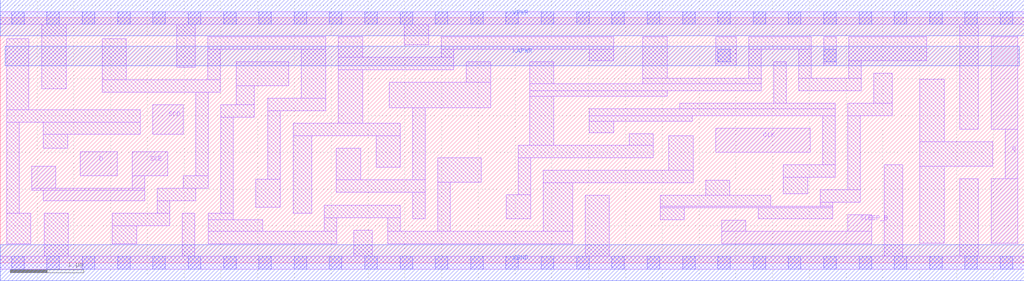
<source format=lef>
# Copyright 2020 The SkyWater PDK Authors
#
# Licensed under the Apache License, Version 2.0 (the "License");
# you may not use this file except in compliance with the License.
# You may obtain a copy of the License at
#
#     https://www.apache.org/licenses/LICENSE-2.0
#
# Unless required by applicable law or agreed to in writing, software
# distributed under the License is distributed on an "AS IS" BASIS,
# WITHOUT WARRANTIES OR CONDITIONS OF ANY KIND, either express or implied.
# See the License for the specific language governing permissions and
# limitations under the License.
#
# SPDX-License-Identifier: Apache-2.0

VERSION 5.7 ;
  NAMESCASESENSITIVE ON ;
  NOWIREEXTENSIONATPIN ON ;
  DIVIDERCHAR "/" ;
  BUSBITCHARS "[]" ;
UNITS
  DATABASE MICRONS 200 ;
END UNITS
MACRO sky130_fd_sc_lp__srsdfxtp_1
  CLASS CORE ;
  SOURCE USER ;
  FOREIGN sky130_fd_sc_lp__srsdfxtp_1 ;
  ORIGIN  0.000000  0.000000 ;
  SIZE  13.92000 BY  3.330000 ;
  SYMMETRY X Y R90 ;
  SITE unit ;
  PIN D
    ANTENNAGATEAREA  0.159000 ;
    DIRECTION INPUT ;
    USE SIGNAL ;
    PORT
      LAYER li1 ;
        RECT 1.085000 1.180000 1.590000 1.510000 ;
    END
  END D
  PIN Q
    ANTENNADIFFAREA  0.598500 ;
    DIRECTION OUTPUT ;
    USE SIGNAL ;
    PORT
      LAYER li1 ;
        RECT 13.475000 0.265000 13.835000 1.145000 ;
        RECT 13.475000 1.815000 13.835000 3.075000 ;
        RECT 13.665000 1.145000 13.835000 1.815000 ;
    END
  END Q
  PIN SCD
    ANTENNAGATEAREA  0.159000 ;
    DIRECTION INPUT ;
    USE SIGNAL ;
    PORT
      LAYER li1 ;
        RECT 2.075000 1.750000 2.490000 2.150000 ;
    END
  END SCD
  PIN SCE
    ANTENNAGATEAREA  0.318000 ;
    DIRECTION INPUT ;
    USE SIGNAL ;
    PORT
      LAYER li1 ;
        RECT 0.425000 0.985000 1.965000 1.010000 ;
        RECT 0.425000 1.010000 0.755000 1.315000 ;
        RECT 0.585000 0.840000 1.965000 0.985000 ;
        RECT 1.795000 1.010000 1.965000 1.180000 ;
        RECT 1.795000 1.180000 2.275000 1.510000 ;
    END
  END SCE
  PIN SLEEP_B
    ANTENNAGATEAREA  0.222000 ;
    DIRECTION INPUT ;
    USE SIGNAL ;
    PORT
      LAYER li1 ;
        RECT  9.805000 0.255000 11.850000 0.425000 ;
        RECT  9.805000 0.425000 10.135000 0.575000 ;
        RECT 11.520000 0.425000 11.850000 0.650000 ;
    END
  END SLEEP_B
  PIN CLK
    ANTENNAGATEAREA  0.159000 ;
    DIRECTION INPUT ;
    USE CLOCK ;
    PORT
      LAYER li1 ;
        RECT 9.725000 1.500000 11.010000 1.830000 ;
    END
  END CLK
  PIN KAPWR
    DIRECTION INOUT ;
    USE POWER ;
    PORT
      LAYER met1 ;
        RECT 0.070000 2.675000 13.850000 2.945000 ;
    END
  END KAPWR
  PIN VGND
    DIRECTION INOUT ;
    USE GROUND ;
    PORT
      LAYER met1 ;
        RECT 0.000000 -0.245000 13.920000 0.245000 ;
    END
  END VGND
  PIN VPWR
    DIRECTION INOUT ;
    USE POWER ;
    PORT
      LAYER met1 ;
        RECT 0.000000 3.085000 13.920000 3.575000 ;
    END
  END VPWR
  OBS
    LAYER li1 ;
      RECT  0.000000 -0.085000 13.920000 0.085000 ;
      RECT  0.000000  3.245000 13.920000 3.415000 ;
      RECT  0.085000  0.255000  0.415000 0.675000 ;
      RECT  0.085000  0.675000  0.255000 1.910000 ;
      RECT  0.085000  1.910000  1.905000 2.080000 ;
      RECT  0.085000  2.080000  0.385000 3.045000 ;
      RECT  0.565000  2.365000  0.895000 3.245000 ;
      RECT  0.585000  1.555000  0.915000 1.750000 ;
      RECT  0.585000  1.750000  1.905000 1.910000 ;
      RECT  0.595000  0.085000  0.925000 0.670000 ;
      RECT  1.385000  2.320000  2.990000 2.490000 ;
      RECT  1.385000  2.490000  1.715000 3.045000 ;
      RECT  1.525000  0.255000  1.855000 0.500000 ;
      RECT  1.525000  0.500000  2.305000 0.670000 ;
      RECT  2.135000  0.670000  2.305000 0.840000 ;
      RECT  2.135000  0.840000  2.655000 1.010000 ;
      RECT  2.400000  2.660000  2.650000 3.245000 ;
      RECT  2.475000  0.085000  2.645000 0.670000 ;
      RECT  2.485000  1.010000  2.830000 1.180000 ;
      RECT  2.660000  1.180000  2.830000 2.320000 ;
      RECT  2.820000  2.490000  2.990000 2.905000 ;
      RECT  2.820000  2.905000  4.425000 3.075000 ;
      RECT  2.825000  0.255000  4.575000 0.425000 ;
      RECT  2.825000  0.425000  3.570000 0.585000 ;
      RECT  2.825000  0.585000  3.170000 0.675000 ;
      RECT  3.000000  0.675000  3.170000 1.980000 ;
      RECT  3.000000  1.980000  3.455000 2.150000 ;
      RECT  3.205000  2.150000  3.455000 2.405000 ;
      RECT  3.205000  2.405000  3.925000 2.735000 ;
      RECT  3.475000  0.755000  3.805000 1.135000 ;
      RECT  3.635000  1.135000  3.805000 2.065000 ;
      RECT  3.635000  2.065000  4.425000 2.235000 ;
      RECT  3.985000  0.675000  4.235000 1.725000 ;
      RECT  3.985000  1.725000  5.440000 1.895000 ;
      RECT  4.095000  2.235000  4.425000 2.905000 ;
      RECT  4.405000  0.425000  4.575000 0.615000 ;
      RECT  4.405000  0.615000  5.440000 0.785000 ;
      RECT  4.570000  0.955000  5.780000 1.125000 ;
      RECT  4.570000  1.125000  4.900000 1.555000 ;
      RECT  4.595000  1.895000  4.925000 2.625000 ;
      RECT  4.595000  2.625000  6.165000 2.795000 ;
      RECT  4.595000  2.795000  4.925000 3.075000 ;
      RECT  4.805000  0.085000  5.055000 0.445000 ;
      RECT  5.110000  1.295000  5.440000 1.725000 ;
      RECT  5.270000  0.255000  7.780000 0.425000 ;
      RECT  5.270000  0.425000  5.440000 0.615000 ;
      RECT  5.290000  2.105000  6.665000 2.455000 ;
      RECT  5.495000  2.965000  5.825000 3.245000 ;
      RECT  5.610000  0.595000  5.780000 0.955000 ;
      RECT  5.610000  1.125000  5.780000 2.105000 ;
      RECT  5.950000  0.425000  6.120000 1.095000 ;
      RECT  5.950000  1.095000  6.540000 1.425000 ;
      RECT  5.995000  2.795000  6.165000 2.905000 ;
      RECT  5.995000  2.905000  8.340000 3.075000 ;
      RECT  6.335000  2.455000  6.665000 2.735000 ;
      RECT  6.880000  0.595000  7.210000 0.925000 ;
      RECT  7.040000  0.925000  7.210000 1.425000 ;
      RECT  7.040000  1.425000  8.880000 1.595000 ;
      RECT  7.195000  1.595000  7.525000 2.265000 ;
      RECT  7.195000  2.265000  9.065000 2.340000 ;
      RECT  7.195000  2.340000 10.345000 2.435000 ;
      RECT  7.195000  2.435000  7.525000 2.735000 ;
      RECT  7.380000  0.425000  7.780000 1.085000 ;
      RECT  7.380000  1.085000  9.420000 1.255000 ;
      RECT  7.950000  0.085000  8.280000 0.915000 ;
      RECT  8.010000  1.765000  8.340000 1.925000 ;
      RECT  8.010000  1.925000  9.405000 2.000000 ;
      RECT  8.010000  2.000000 11.350000 2.095000 ;
      RECT  8.010000  2.745000  8.340000 2.905000 ;
      RECT  8.550000  1.595000  8.880000 1.755000 ;
      RECT  8.735000  2.435000 10.345000 2.510000 ;
      RECT  8.735000  2.510000  9.065000 3.075000 ;
      RECT  8.970000  0.585000  9.300000 0.745000 ;
      RECT  8.970000  0.745000 11.315000 0.765000 ;
      RECT  8.970000  0.765000 10.475000 0.915000 ;
      RECT  9.090000  1.255000  9.420000 1.725000 ;
      RECT  9.235000  2.095000 11.350000 2.170000 ;
      RECT  9.590000  0.915000  9.920000 1.120000 ;
      RECT  9.725000  2.680000 10.005000 3.075000 ;
      RECT 10.175000  2.510000 10.345000 2.905000 ;
      RECT 10.175000  2.905000 11.025000 3.075000 ;
      RECT 10.305000  0.595000 11.315000 0.745000 ;
      RECT 10.515000  2.170000 10.685000 2.735000 ;
      RECT 10.645000  0.935000 10.975000 1.160000 ;
      RECT 10.645000  1.160000 11.350000 1.330000 ;
      RECT 10.855000  2.340000 11.705000 2.510000 ;
      RECT 10.855000  2.510000 11.025000 2.905000 ;
      RECT 11.145000  0.765000 11.315000 0.820000 ;
      RECT 11.145000  0.820000 11.690000 0.990000 ;
      RECT 11.180000  1.330000 11.350000 2.000000 ;
      RECT 11.195000  2.680000 11.365000 3.075000 ;
      RECT 11.520000  0.990000 11.690000 2.000000 ;
      RECT 11.520000  2.000000 12.125000 2.170000 ;
      RECT 11.535000  2.510000 11.705000 2.745000 ;
      RECT 11.535000  2.745000 12.595000 3.075000 ;
      RECT 11.875000  2.170000 12.125000 2.575000 ;
      RECT 12.020000  0.085000 12.270000 1.330000 ;
      RECT 12.500000  0.265000 12.830000 1.315000 ;
      RECT 12.500000  1.315000 13.495000 1.645000 ;
      RECT 12.500000  1.645000 12.830000 2.495000 ;
      RECT 13.045000  0.085000 13.295000 1.145000 ;
      RECT 13.045000  1.815000 13.295000 3.245000 ;
    LAYER mcon ;
      RECT  0.155000 -0.085000  0.325000 0.085000 ;
      RECT  0.155000  3.245000  0.325000 3.415000 ;
      RECT  0.635000 -0.085000  0.805000 0.085000 ;
      RECT  0.635000  3.245000  0.805000 3.415000 ;
      RECT  1.115000 -0.085000  1.285000 0.085000 ;
      RECT  1.115000  3.245000  1.285000 3.415000 ;
      RECT  1.595000 -0.085000  1.765000 0.085000 ;
      RECT  1.595000  3.245000  1.765000 3.415000 ;
      RECT  2.075000 -0.085000  2.245000 0.085000 ;
      RECT  2.075000  3.245000  2.245000 3.415000 ;
      RECT  2.555000 -0.085000  2.725000 0.085000 ;
      RECT  2.555000  3.245000  2.725000 3.415000 ;
      RECT  3.035000 -0.085000  3.205000 0.085000 ;
      RECT  3.035000  3.245000  3.205000 3.415000 ;
      RECT  3.515000 -0.085000  3.685000 0.085000 ;
      RECT  3.515000  3.245000  3.685000 3.415000 ;
      RECT  3.995000 -0.085000  4.165000 0.085000 ;
      RECT  3.995000  3.245000  4.165000 3.415000 ;
      RECT  4.475000 -0.085000  4.645000 0.085000 ;
      RECT  4.475000  3.245000  4.645000 3.415000 ;
      RECT  4.955000 -0.085000  5.125000 0.085000 ;
      RECT  4.955000  3.245000  5.125000 3.415000 ;
      RECT  5.435000 -0.085000  5.605000 0.085000 ;
      RECT  5.435000  3.245000  5.605000 3.415000 ;
      RECT  5.915000 -0.085000  6.085000 0.085000 ;
      RECT  5.915000  3.245000  6.085000 3.415000 ;
      RECT  6.395000 -0.085000  6.565000 0.085000 ;
      RECT  6.395000  3.245000  6.565000 3.415000 ;
      RECT  6.875000 -0.085000  7.045000 0.085000 ;
      RECT  6.875000  3.245000  7.045000 3.415000 ;
      RECT  7.355000 -0.085000  7.525000 0.085000 ;
      RECT  7.355000  3.245000  7.525000 3.415000 ;
      RECT  7.835000 -0.085000  8.005000 0.085000 ;
      RECT  7.835000  3.245000  8.005000 3.415000 ;
      RECT  8.315000 -0.085000  8.485000 0.085000 ;
      RECT  8.315000  3.245000  8.485000 3.415000 ;
      RECT  8.795000 -0.085000  8.965000 0.085000 ;
      RECT  8.795000  3.245000  8.965000 3.415000 ;
      RECT  9.275000 -0.085000  9.445000 0.085000 ;
      RECT  9.275000  3.245000  9.445000 3.415000 ;
      RECT  9.755000 -0.085000  9.925000 0.085000 ;
      RECT  9.755000  2.735000  9.925000 2.905000 ;
      RECT  9.755000  3.245000  9.925000 3.415000 ;
      RECT 10.235000 -0.085000 10.405000 0.085000 ;
      RECT 10.235000  3.245000 10.405000 3.415000 ;
      RECT 10.715000 -0.085000 10.885000 0.085000 ;
      RECT 10.715000  3.245000 10.885000 3.415000 ;
      RECT 11.195000 -0.085000 11.365000 0.085000 ;
      RECT 11.195000  2.735000 11.365000 2.905000 ;
      RECT 11.195000  3.245000 11.365000 3.415000 ;
      RECT 11.675000 -0.085000 11.845000 0.085000 ;
      RECT 11.675000  3.245000 11.845000 3.415000 ;
      RECT 12.155000 -0.085000 12.325000 0.085000 ;
      RECT 12.155000  3.245000 12.325000 3.415000 ;
      RECT 12.635000 -0.085000 12.805000 0.085000 ;
      RECT 12.635000  3.245000 12.805000 3.415000 ;
      RECT 13.115000 -0.085000 13.285000 0.085000 ;
      RECT 13.115000  3.245000 13.285000 3.415000 ;
      RECT 13.595000 -0.085000 13.765000 0.085000 ;
      RECT 13.595000  3.245000 13.765000 3.415000 ;
  END
END sky130_fd_sc_lp__srsdfxtp_1

</source>
